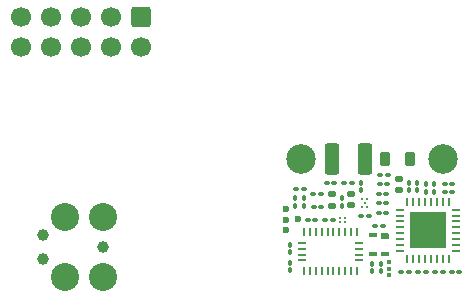
<source format=gbr>
%TF.GenerationSoftware,KiCad,Pcbnew,7.0.6*%
%TF.CreationDate,2023-09-10T10:14:11-04:00*%
%TF.ProjectId,headstage-neuropix1e,68656164-7374-4616-9765-2d6e6575726f,B*%
%TF.SameCoordinates,Original*%
%TF.FileFunction,Soldermask,Bot*%
%TF.FilePolarity,Negative*%
%FSLAX46Y46*%
G04 Gerber Fmt 4.6, Leading zero omitted, Abs format (unit mm)*
G04 Created by KiCad (PCBNEW 7.0.6) date 2023-09-10 10:14:11*
%MOMM*%
%LPD*%
G01*
G04 APERTURE LIST*
G04 Aperture macros list*
%AMRoundRect*
0 Rectangle with rounded corners*
0 $1 Rounding radius*
0 $2 $3 $4 $5 $6 $7 $8 $9 X,Y pos of 4 corners*
0 Add a 4 corners polygon primitive as box body*
4,1,4,$2,$3,$4,$5,$6,$7,$8,$9,$2,$3,0*
0 Add four circle primitives for the rounded corners*
1,1,$1+$1,$2,$3*
1,1,$1+$1,$4,$5*
1,1,$1+$1,$6,$7*
1,1,$1+$1,$8,$9*
0 Add four rect primitives between the rounded corners*
20,1,$1+$1,$2,$3,$4,$5,0*
20,1,$1+$1,$4,$5,$6,$7,0*
20,1,$1+$1,$6,$7,$8,$9,0*
20,1,$1+$1,$8,$9,$2,$3,0*%
%AMFreePoly0*
4,1,6,0.350000,-0.250000,-0.225000,-0.250000,-0.350000,-0.125000,-0.350000,0.250000,0.350000,0.250000,0.350000,-0.250000,0.350000,-0.250000,$1*%
%AMFreePoly1*
4,1,13,-0.200000,0.080000,-0.190866,0.125922,-0.164853,0.164853,-0.125922,0.190866,-0.080000,0.200000,0.200000,0.200000,0.200000,-0.200000,-0.080000,-0.200000,-0.125922,-0.190866,-0.164853,-0.164853,-0.190866,-0.125922,-0.200000,-0.080000,-0.200000,0.080000,-0.200000,0.080000,$1*%
%AMFreePoly2*
4,1,13,-0.200000,0.200000,0.080000,0.200000,0.125922,0.190866,0.164853,0.164853,0.190866,0.125922,0.200000,0.080000,0.200000,-0.080000,0.190866,-0.125922,0.164853,-0.164853,0.125922,-0.190866,0.080000,-0.200000,-0.200000,-0.200000,-0.200000,0.200000,-0.200000,0.200000,$1*%
G04 Aperture macros list end*
%ADD10C,2.374900*%
%ADD11C,0.990600*%
%ADD12C,2.500000*%
%ADD13RoundRect,0.250000X-0.600000X0.600000X-0.600000X-0.600000X0.600000X-0.600000X0.600000X0.600000X0*%
%ADD14C,1.700000*%
%ADD15RoundRect,0.218750X0.218750X0.381250X-0.218750X0.381250X-0.218750X-0.381250X0.218750X-0.381250X0*%
%ADD16RoundRect,0.100000X0.130000X0.100000X-0.130000X0.100000X-0.130000X-0.100000X0.130000X-0.100000X0*%
%ADD17C,0.600000*%
%ADD18RoundRect,0.100000X-0.130000X-0.100000X0.130000X-0.100000X0.130000X0.100000X-0.130000X0.100000X0*%
%ADD19C,0.200000*%
%ADD20C,0.216000*%
%ADD21R,0.254000X0.675000*%
%ADD22R,0.675000X0.254000*%
%ADD23RoundRect,0.100000X0.100000X-0.130000X0.100000X0.130000X-0.100000X0.130000X-0.100000X-0.130000X0*%
%ADD24RoundRect,0.140000X-0.170000X0.140000X-0.170000X-0.140000X0.170000X-0.140000X0.170000X0.140000X0*%
%ADD25RoundRect,0.140000X0.170000X-0.140000X0.170000X0.140000X-0.170000X0.140000X-0.170000X-0.140000X0*%
%ADD26FreePoly0,180.000000*%
%ADD27R,0.700000X0.400000*%
%ADD28FreePoly1,90.000000*%
%ADD29R,0.400000X0.400000*%
%ADD30FreePoly2,90.000000*%
%ADD31RoundRect,0.100000X-0.100000X0.130000X-0.100000X-0.130000X0.100000X-0.130000X0.100000X0.130000X0*%
%ADD32RoundRect,0.036000X-0.264000X0.084000X-0.264000X-0.084000X0.264000X-0.084000X0.264000X0.084000X0*%
%ADD33RoundRect,0.036000X0.084000X0.264000X-0.084000X0.264000X-0.084000X-0.264000X0.084000X-0.264000X0*%
%ADD34RoundRect,0.036000X-0.084000X-0.264000X0.084000X-0.264000X0.084000X0.264000X-0.084000X0.264000X0*%
%ADD35RoundRect,0.062000X-1.488000X-1.488000X1.488000X-1.488000X1.488000X1.488000X-1.488000X1.488000X0*%
%ADD36RoundRect,0.250000X-0.375000X-1.075000X0.375000X-1.075000X0.375000X1.075000X-0.375000X1.075000X0*%
G04 APERTURE END LIST*
D10*
%TO.C,J4*%
X119830000Y-98440000D03*
D11*
X119830000Y-95900000D03*
D10*
X119830000Y-93360000D03*
X116655000Y-98440000D03*
X116655000Y-93360000D03*
D11*
X114750000Y-96916000D03*
X114750000Y-94884000D03*
%TD*%
D12*
%TO.C,TP1*%
X136600000Y-88500000D03*
%TD*%
D13*
%TO.C,J3*%
X123080000Y-76447500D03*
D14*
X123080000Y-78987500D03*
X120540000Y-76447500D03*
X120540000Y-78987500D03*
X118000000Y-76447500D03*
X118000000Y-78987500D03*
X115460000Y-76447500D03*
X115460000Y-78987500D03*
X112920000Y-76447500D03*
X112920000Y-78987500D03*
%TD*%
D12*
%TO.C,TP2*%
X148600000Y-88500000D03*
%TD*%
D15*
%TO.C,L2*%
X145812500Y-88500000D03*
X143687500Y-88500000D03*
%TD*%
D16*
%TO.C,C15*%
X145740000Y-98050000D03*
X145100000Y-98050000D03*
%TD*%
D17*
%TO.C,TP5*%
X135360000Y-92680000D03*
%TD*%
D18*
%TO.C,R9*%
X143180000Y-93000000D03*
X143820000Y-93000000D03*
%TD*%
D19*
%TO.C,U1*%
X139935000Y-93415000D03*
X139935000Y-93765000D03*
X140285000Y-93415000D03*
X140285000Y-93765000D03*
%TD*%
D18*
%TO.C,R6*%
X148780000Y-90550000D03*
X149420000Y-90550000D03*
%TD*%
D20*
%TO.C,U8*%
X141800000Y-92546500D03*
X142200000Y-92546500D03*
X142000000Y-92200000D03*
X141800000Y-91853500D03*
X142200000Y-91853500D03*
%TD*%
D18*
%TO.C,C4*%
X137640000Y-91410000D03*
X138280000Y-91410000D03*
%TD*%
D16*
%TO.C,C32*%
X142320000Y-93300000D03*
X141680000Y-93300000D03*
%TD*%
D21*
%TO.C,U9*%
X136850000Y-97962500D03*
D22*
X136712500Y-97050000D03*
X136712500Y-96550000D03*
X136712500Y-96050000D03*
X136712500Y-95550000D03*
D21*
X136850000Y-94637500D03*
X137350000Y-94637500D03*
X137850000Y-94637500D03*
X138350000Y-94637500D03*
X138850000Y-94637500D03*
X139350000Y-94637500D03*
X139850000Y-94637500D03*
X140350000Y-94637500D03*
X140850000Y-94637500D03*
X141350000Y-94637500D03*
D22*
X141487500Y-95550000D03*
X141487500Y-96050000D03*
X141487500Y-96550000D03*
X141487500Y-97050000D03*
D21*
X141350000Y-97962500D03*
X140850000Y-97962500D03*
X140350000Y-97962500D03*
X139850000Y-97962500D03*
X139350000Y-97962500D03*
X138850000Y-97962500D03*
X138350000Y-97962500D03*
X137850000Y-97962500D03*
X137350000Y-97962500D03*
%TD*%
D23*
%TO.C,R16*%
X141700000Y-91120000D03*
X141700000Y-90480000D03*
%TD*%
D18*
%TO.C,R8*%
X143180000Y-91400000D03*
X143820000Y-91400000D03*
%TD*%
D24*
%TO.C,C6*%
X139190000Y-91450000D03*
X139190000Y-92410000D03*
%TD*%
D17*
%TO.C,TP6*%
X136320000Y-93550000D03*
%TD*%
D18*
%TO.C,C35*%
X137180000Y-93600000D03*
X137820000Y-93600000D03*
%TD*%
D17*
%TO.C,TP3*%
X135370000Y-94500000D03*
%TD*%
D25*
%TO.C,C18*%
X144900000Y-91080000D03*
X144900000Y-90120000D03*
%TD*%
D18*
%TO.C,R3*%
X138780000Y-90450000D03*
X139420000Y-90450000D03*
%TD*%
D23*
%TO.C,C17*%
X146450000Y-91120000D03*
X146450000Y-90480000D03*
%TD*%
D26*
%TO.C,U7*%
X143675000Y-94975000D03*
D27*
X143675000Y-96475000D03*
X142725000Y-96475000D03*
X142725000Y-94925000D03*
%TD*%
D28*
%TO.C,JP1*%
X144090000Y-98290000D03*
D29*
X144090000Y-97750000D03*
D30*
X144090000Y-97210000D03*
%TD*%
D16*
%TO.C,L3*%
X143920000Y-90600000D03*
X143280000Y-90600000D03*
%TD*%
D23*
%TO.C,C9*%
X136120000Y-92420000D03*
X136120000Y-91780000D03*
%TD*%
D18*
%TO.C,C13*%
X149360000Y-98000000D03*
X150000000Y-98000000D03*
%TD*%
%TO.C,C5*%
X137680000Y-92490000D03*
X138320000Y-92490000D03*
%TD*%
D31*
%TO.C,R17*%
X143350000Y-97330000D03*
X143350000Y-97970000D03*
%TD*%
D16*
%TO.C,C27*%
X143820000Y-92200000D03*
X143180000Y-92200000D03*
%TD*%
D23*
%TO.C,C2*%
X140030000Y-92430000D03*
X140030000Y-91790000D03*
%TD*%
D31*
%TO.C,C34*%
X135650000Y-97230000D03*
X135650000Y-97870000D03*
%TD*%
D23*
%TO.C,C31*%
X142620000Y-97960000D03*
X142620000Y-97320000D03*
%TD*%
%TO.C,C25*%
X147900000Y-91220000D03*
X147900000Y-90580000D03*
%TD*%
D16*
%TO.C,C12*%
X148600000Y-98000000D03*
X147960000Y-98000000D03*
%TD*%
%TO.C,C1*%
X139300000Y-93590000D03*
X138660000Y-93590000D03*
%TD*%
D18*
%TO.C,C29*%
X140280000Y-90450000D03*
X140920000Y-90450000D03*
%TD*%
D17*
%TO.C,TP4*%
X135370000Y-93600000D03*
%TD*%
D18*
%TO.C,R4*%
X143330000Y-89800000D03*
X143970000Y-89800000D03*
%TD*%
%TO.C,C14*%
X146530000Y-98000000D03*
X147170000Y-98000000D03*
%TD*%
D23*
%TO.C,C11*%
X136870000Y-92420000D03*
X136870000Y-91780000D03*
%TD*%
D25*
%TO.C,C3*%
X140870000Y-92390000D03*
X140870000Y-91430000D03*
%TD*%
D31*
%TO.C,C33*%
X135650000Y-95730000D03*
X135650000Y-96370000D03*
%TD*%
D23*
%TO.C,C16*%
X145750000Y-91120000D03*
X145750000Y-90480000D03*
%TD*%
D32*
%TO.C,U5*%
X144950000Y-96250000D03*
X144950000Y-95750000D03*
X144950000Y-95250000D03*
X144950000Y-94750000D03*
X144950000Y-94250000D03*
X144950000Y-93750000D03*
X144950000Y-93250000D03*
X144950000Y-92750000D03*
D33*
X145600000Y-92100000D03*
X146100000Y-92100000D03*
X146600000Y-92100000D03*
X147100000Y-92100000D03*
X147600000Y-92100000D03*
X148100000Y-92100000D03*
D34*
X148600000Y-92100000D03*
D33*
X149100000Y-92100000D03*
D32*
X149750000Y-92750000D03*
X149750000Y-93250000D03*
X149750000Y-93750000D03*
X149750000Y-94250000D03*
X149750000Y-94750000D03*
X149750000Y-95250001D03*
X149750000Y-95750000D03*
X149750000Y-96250000D03*
D33*
X149100000Y-96900000D03*
X148600000Y-96900000D03*
X148100000Y-96900000D03*
X147600000Y-96900000D03*
X147100000Y-96900000D03*
X146600000Y-96900000D03*
X146100000Y-96900000D03*
X145600000Y-96900000D03*
D35*
X147350000Y-94500000D03*
%TD*%
D18*
%TO.C,C8*%
X136180000Y-91000000D03*
X136820000Y-91000000D03*
%TD*%
D36*
%TO.C,L1*%
X139200000Y-88500000D03*
X142000000Y-88500000D03*
%TD*%
D16*
%TO.C,R7*%
X149420000Y-91250000D03*
X148780000Y-91250000D03*
%TD*%
D18*
%TO.C,C30*%
X142880000Y-94100000D03*
X143520000Y-94100000D03*
%TD*%
D23*
%TO.C,C26*%
X147200000Y-91220000D03*
X147200000Y-90580000D03*
%TD*%
M02*

</source>
